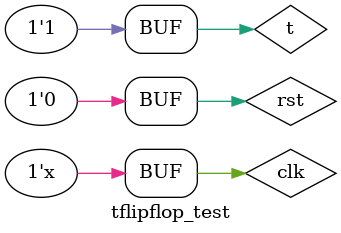
<source format=v>
`timescale 1ns / 1ps


module tflipflop_test;
reg clk,rst,t;
wire q;
tflipflop uut(.clk(clk),.rst(rst),.t(t),.q(q));
initial
begin
rst=1;
clk=0;
#100; rst=0; t=0;
#100; 
t=1;
end
always
#30clk=~clk;
endmodule

</source>
